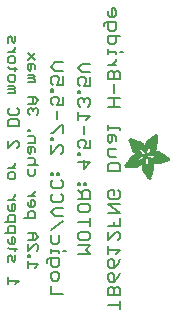
<source format=gbr>
G04 EAGLE Gerber RS-274X export*
G75*
%MOMM*%
%FSLAX34Y34*%
%LPD*%
%INSilkscreen Bottom*%
%IPPOS*%
%AMOC8*
5,1,8,0,0,1.08239X$1,22.5*%
G01*
%ADD10C,0.203200*%
%ADD11C,0.127000*%
%ADD12R,0.050800X0.006300*%
%ADD13R,0.082600X0.006400*%
%ADD14R,0.120600X0.006300*%
%ADD15R,0.139700X0.006400*%
%ADD16R,0.158800X0.006300*%
%ADD17R,0.177800X0.006400*%
%ADD18R,0.196800X0.006300*%
%ADD19R,0.215900X0.006400*%
%ADD20R,0.228600X0.006300*%
%ADD21R,0.241300X0.006400*%
%ADD22R,0.254000X0.006300*%
%ADD23R,0.266700X0.006400*%
%ADD24R,0.279400X0.006300*%
%ADD25R,0.285700X0.006400*%
%ADD26R,0.298400X0.006300*%
%ADD27R,0.311200X0.006400*%
%ADD28R,0.317500X0.006300*%
%ADD29R,0.330200X0.006400*%
%ADD30R,0.336600X0.006300*%
%ADD31R,0.349200X0.006400*%
%ADD32R,0.361900X0.006300*%
%ADD33R,0.368300X0.006400*%
%ADD34R,0.381000X0.006300*%
%ADD35R,0.387300X0.006400*%
%ADD36R,0.393700X0.006300*%
%ADD37R,0.406400X0.006400*%
%ADD38R,0.412700X0.006300*%
%ADD39R,0.419100X0.006400*%
%ADD40R,0.431800X0.006300*%
%ADD41R,0.438100X0.006400*%
%ADD42R,0.450800X0.006300*%
%ADD43R,0.457200X0.006400*%
%ADD44R,0.463500X0.006300*%
%ADD45R,0.476200X0.006400*%
%ADD46R,0.482600X0.006300*%
%ADD47R,0.488900X0.006400*%
%ADD48R,0.501600X0.006300*%
%ADD49R,0.508000X0.006400*%
%ADD50R,0.514300X0.006300*%
%ADD51R,0.527000X0.006400*%
%ADD52R,0.533400X0.006300*%
%ADD53R,0.546100X0.006400*%
%ADD54R,0.552400X0.006300*%
%ADD55R,0.558800X0.006400*%
%ADD56R,0.571500X0.006300*%
%ADD57R,0.577800X0.006400*%
%ADD58R,0.584200X0.006300*%
%ADD59R,0.596900X0.006400*%
%ADD60R,0.603200X0.006300*%
%ADD61R,0.609600X0.006400*%
%ADD62R,0.622300X0.006300*%
%ADD63R,0.628600X0.006400*%
%ADD64R,0.641300X0.006300*%
%ADD65R,0.647700X0.006400*%
%ADD66R,0.063500X0.006300*%
%ADD67R,0.654000X0.006300*%
%ADD68R,0.101600X0.006400*%
%ADD69R,0.666700X0.006400*%
%ADD70R,0.139700X0.006300*%
%ADD71R,0.673100X0.006300*%
%ADD72R,0.165100X0.006400*%
%ADD73R,0.679400X0.006400*%
%ADD74R,0.196900X0.006300*%
%ADD75R,0.692100X0.006300*%
%ADD76R,0.222200X0.006400*%
%ADD77R,0.698500X0.006400*%
%ADD78R,0.247700X0.006300*%
%ADD79R,0.704800X0.006300*%
%ADD80R,0.279400X0.006400*%
%ADD81R,0.717500X0.006400*%
%ADD82R,0.298500X0.006300*%
%ADD83R,0.723900X0.006300*%
%ADD84R,0.736600X0.006400*%
%ADD85R,0.342900X0.006300*%
%ADD86R,0.742900X0.006300*%
%ADD87R,0.374700X0.006400*%
%ADD88R,0.749300X0.006400*%
%ADD89R,0.762000X0.006300*%
%ADD90R,0.412700X0.006400*%
%ADD91R,0.768300X0.006400*%
%ADD92R,0.438100X0.006300*%
%ADD93R,0.774700X0.006300*%
%ADD94R,0.463600X0.006400*%
%ADD95R,0.787400X0.006400*%
%ADD96R,0.793700X0.006300*%
%ADD97R,0.495300X0.006400*%
%ADD98R,0.800100X0.006400*%
%ADD99R,0.520700X0.006300*%
%ADD100R,0.812800X0.006300*%
%ADD101R,0.533400X0.006400*%
%ADD102R,0.819100X0.006400*%
%ADD103R,0.558800X0.006300*%
%ADD104R,0.825500X0.006300*%
%ADD105R,0.577900X0.006400*%
%ADD106R,0.831800X0.006400*%
%ADD107R,0.596900X0.006300*%
%ADD108R,0.844500X0.006300*%
%ADD109R,0.616000X0.006400*%
%ADD110R,0.850900X0.006400*%
%ADD111R,0.635000X0.006300*%
%ADD112R,0.857200X0.006300*%
%ADD113R,0.654100X0.006400*%
%ADD114R,0.863600X0.006400*%
%ADD115R,0.666700X0.006300*%
%ADD116R,0.869900X0.006300*%
%ADD117R,0.685800X0.006400*%
%ADD118R,0.876300X0.006400*%
%ADD119R,0.882600X0.006300*%
%ADD120R,0.723900X0.006400*%
%ADD121R,0.889000X0.006400*%
%ADD122R,0.895300X0.006300*%
%ADD123R,0.755700X0.006400*%
%ADD124R,0.901700X0.006400*%
%ADD125R,0.908000X0.006300*%
%ADD126R,0.793800X0.006400*%
%ADD127R,0.914400X0.006400*%
%ADD128R,0.806400X0.006300*%
%ADD129R,0.920700X0.006300*%
%ADD130R,0.825500X0.006400*%
%ADD131R,0.927100X0.006400*%
%ADD132R,0.933400X0.006300*%
%ADD133R,0.857300X0.006400*%
%ADD134R,0.939800X0.006400*%
%ADD135R,0.870000X0.006300*%
%ADD136R,0.939800X0.006300*%
%ADD137R,0.946100X0.006400*%
%ADD138R,0.952500X0.006300*%
%ADD139R,0.908000X0.006400*%
%ADD140R,0.958800X0.006400*%
%ADD141R,0.965200X0.006300*%
%ADD142R,0.965200X0.006400*%
%ADD143R,0.971500X0.006300*%
%ADD144R,0.952500X0.006400*%
%ADD145R,0.977900X0.006400*%
%ADD146R,0.958800X0.006300*%
%ADD147R,0.984200X0.006300*%
%ADD148R,0.971500X0.006400*%
%ADD149R,0.984200X0.006400*%
%ADD150R,0.990600X0.006300*%
%ADD151R,0.984300X0.006400*%
%ADD152R,0.996900X0.006400*%
%ADD153R,0.997000X0.006300*%
%ADD154R,0.996900X0.006300*%
%ADD155R,1.003300X0.006400*%
%ADD156R,1.016000X0.006300*%
%ADD157R,1.009600X0.006300*%
%ADD158R,1.016000X0.006400*%
%ADD159R,1.009600X0.006400*%
%ADD160R,1.022300X0.006300*%
%ADD161R,1.028700X0.006400*%
%ADD162R,1.035100X0.006300*%
%ADD163R,1.047800X0.006400*%
%ADD164R,1.054100X0.006300*%
%ADD165R,1.028700X0.006300*%
%ADD166R,1.054100X0.006400*%
%ADD167R,1.035000X0.006400*%
%ADD168R,1.060400X0.006300*%
%ADD169R,1.035000X0.006300*%
%ADD170R,1.060500X0.006400*%
%ADD171R,1.041400X0.006400*%
%ADD172R,1.066800X0.006300*%
%ADD173R,1.041400X0.006300*%
%ADD174R,1.079500X0.006400*%
%ADD175R,1.047700X0.006400*%
%ADD176R,1.085900X0.006300*%
%ADD177R,1.047700X0.006300*%
%ADD178R,1.085800X0.006400*%
%ADD179R,1.092200X0.006300*%
%ADD180R,1.085900X0.006400*%
%ADD181R,1.098600X0.006300*%
%ADD182R,1.098600X0.006400*%
%ADD183R,1.060400X0.006400*%
%ADD184R,1.104900X0.006300*%
%ADD185R,1.104900X0.006400*%
%ADD186R,1.066800X0.006400*%
%ADD187R,1.111200X0.006300*%
%ADD188R,1.117600X0.006400*%
%ADD189R,1.117600X0.006300*%
%ADD190R,1.073100X0.006300*%
%ADD191R,1.073100X0.006400*%
%ADD192R,1.124000X0.006300*%
%ADD193R,1.079500X0.006300*%
%ADD194R,1.123900X0.006400*%
%ADD195R,1.130300X0.006300*%
%ADD196R,1.130300X0.006400*%
%ADD197R,1.136700X0.006400*%
%ADD198R,1.136700X0.006300*%
%ADD199R,1.085800X0.006300*%
%ADD200R,1.136600X0.006400*%
%ADD201R,1.136600X0.006300*%
%ADD202R,1.143000X0.006400*%
%ADD203R,1.143000X0.006300*%
%ADD204R,1.149400X0.006300*%
%ADD205R,1.149300X0.006300*%
%ADD206R,1.149300X0.006400*%
%ADD207R,1.149400X0.006400*%
%ADD208R,1.155700X0.006400*%
%ADD209R,1.155700X0.006300*%
%ADD210R,1.060500X0.006300*%
%ADD211R,2.197100X0.006400*%
%ADD212R,2.197100X0.006300*%
%ADD213R,2.184400X0.006300*%
%ADD214R,2.184400X0.006400*%
%ADD215R,2.171700X0.006400*%
%ADD216R,2.171700X0.006300*%
%ADD217R,1.530300X0.006400*%
%ADD218R,1.505000X0.006300*%
%ADD219R,1.492300X0.006400*%
%ADD220R,1.485900X0.006300*%
%ADD221R,0.565200X0.006300*%
%ADD222R,1.473200X0.006400*%
%ADD223R,0.565200X0.006400*%
%ADD224R,1.460500X0.006300*%
%ADD225R,1.454100X0.006400*%
%ADD226R,0.552400X0.006400*%
%ADD227R,1.441500X0.006300*%
%ADD228R,0.546100X0.006300*%
%ADD229R,1.435100X0.006400*%
%ADD230R,0.539800X0.006400*%
%ADD231R,1.428800X0.006300*%
%ADD232R,1.422400X0.006400*%
%ADD233R,1.409700X0.006300*%
%ADD234R,0.527100X0.006300*%
%ADD235R,1.403300X0.006400*%
%ADD236R,0.527100X0.006400*%
%ADD237R,1.390700X0.006300*%
%ADD238R,1.384300X0.006400*%
%ADD239R,0.520700X0.006400*%
%ADD240R,1.384300X0.006300*%
%ADD241R,0.514400X0.006300*%
%ADD242R,1.371600X0.006400*%
%ADD243R,1.365200X0.006300*%
%ADD244R,0.508000X0.006300*%
%ADD245R,1.352600X0.006400*%
%ADD246R,0.501700X0.006400*%
%ADD247R,0.711200X0.006300*%
%ADD248R,0.603300X0.006300*%
%ADD249R,0.501700X0.006300*%
%ADD250R,0.692100X0.006400*%
%ADD251R,0.571500X0.006400*%
%ADD252R,0.679400X0.006300*%
%ADD253R,0.495300X0.006300*%
%ADD254R,0.673100X0.006400*%
%ADD255R,0.666800X0.006300*%
%ADD256R,0.488900X0.006300*%
%ADD257R,0.660400X0.006400*%
%ADD258R,0.482600X0.006400*%
%ADD259R,0.476200X0.006300*%
%ADD260R,0.654000X0.006400*%
%ADD261R,0.469900X0.006400*%
%ADD262R,0.476300X0.006400*%
%ADD263R,0.647700X0.006300*%
%ADD264R,0.457200X0.006300*%
%ADD265R,0.469900X0.006300*%
%ADD266R,0.641300X0.006400*%
%ADD267R,0.444500X0.006400*%
%ADD268R,0.463600X0.006300*%
%ADD269R,0.635000X0.006400*%
%ADD270R,0.463500X0.006400*%
%ADD271R,0.393700X0.006400*%
%ADD272R,0.450800X0.006400*%
%ADD273R,0.628600X0.006300*%
%ADD274R,0.387400X0.006300*%
%ADD275R,0.450900X0.006300*%
%ADD276R,0.628700X0.006400*%
%ADD277R,0.374600X0.006400*%
%ADD278R,0.368300X0.006300*%
%ADD279R,0.438200X0.006300*%
%ADD280R,0.622300X0.006400*%
%ADD281R,0.355600X0.006400*%
%ADD282R,0.431800X0.006400*%
%ADD283R,0.349300X0.006300*%
%ADD284R,0.425400X0.006300*%
%ADD285R,0.615900X0.006300*%
%ADD286R,0.330200X0.006300*%
%ADD287R,0.419100X0.006300*%
%ADD288R,0.616000X0.006300*%
%ADD289R,0.311200X0.006300*%
%ADD290R,0.406400X0.006300*%
%ADD291R,0.615900X0.006400*%
%ADD292R,0.304800X0.006400*%
%ADD293R,0.158800X0.006400*%
%ADD294R,0.609600X0.006300*%
%ADD295R,0.292100X0.006300*%
%ADD296R,0.235000X0.006300*%
%ADD297R,0.387400X0.006400*%
%ADD298R,0.292100X0.006400*%
%ADD299R,0.336500X0.006300*%
%ADD300R,0.260400X0.006300*%
%ADD301R,0.603300X0.006400*%
%ADD302R,0.260400X0.006400*%
%ADD303R,0.362000X0.006400*%
%ADD304R,0.450900X0.006400*%
%ADD305R,0.355600X0.006300*%
%ADD306R,0.342900X0.006400*%
%ADD307R,0.514300X0.006400*%
%ADD308R,0.234900X0.006300*%
%ADD309R,0.539700X0.006300*%
%ADD310R,0.603200X0.006400*%
%ADD311R,0.234900X0.006400*%
%ADD312R,0.920700X0.006400*%
%ADD313R,0.958900X0.006400*%
%ADD314R,0.215900X0.006300*%
%ADD315R,0.209600X0.006400*%
%ADD316R,0.203200X0.006300*%
%ADD317R,1.003300X0.006300*%
%ADD318R,0.203200X0.006400*%
%ADD319R,0.196900X0.006400*%
%ADD320R,0.190500X0.006300*%
%ADD321R,0.190500X0.006400*%
%ADD322R,0.184200X0.006300*%
%ADD323R,0.590500X0.006400*%
%ADD324R,0.184200X0.006400*%
%ADD325R,0.590500X0.006300*%
%ADD326R,0.177800X0.006300*%
%ADD327R,0.584200X0.006400*%
%ADD328R,1.168400X0.006400*%
%ADD329R,0.171500X0.006300*%
%ADD330R,1.187500X0.006300*%
%ADD331R,1.200100X0.006400*%
%ADD332R,0.577800X0.006300*%
%ADD333R,1.212900X0.006300*%
%ADD334R,1.231900X0.006400*%
%ADD335R,1.250900X0.006300*%
%ADD336R,0.565100X0.006400*%
%ADD337R,0.184100X0.006400*%
%ADD338R,1.263700X0.006400*%
%ADD339R,0.565100X0.006300*%
%ADD340R,1.289100X0.006300*%
%ADD341R,1.314400X0.006400*%
%ADD342R,0.552500X0.006300*%
%ADD343R,1.568500X0.006300*%
%ADD344R,0.552500X0.006400*%
%ADD345R,1.581200X0.006400*%
%ADD346R,1.593800X0.006300*%
%ADD347R,1.606500X0.006400*%
%ADD348R,1.619300X0.006300*%
%ADD349R,0.514400X0.006400*%
%ADD350R,1.638300X0.006400*%
%ADD351R,1.657300X0.006300*%
%ADD352R,2.209800X0.006400*%
%ADD353R,2.425700X0.006300*%
%ADD354R,2.470100X0.006400*%
%ADD355R,2.501900X0.006300*%
%ADD356R,2.533700X0.006400*%
%ADD357R,2.559000X0.006300*%
%ADD358R,2.584500X0.006400*%
%ADD359R,2.609900X0.006300*%
%ADD360R,2.628900X0.006400*%
%ADD361R,2.660600X0.006300*%
%ADD362R,2.673400X0.006400*%
%ADD363R,1.422400X0.006300*%
%ADD364R,1.200200X0.006300*%
%ADD365R,1.365300X0.006300*%
%ADD366R,1.365300X0.006400*%
%ADD367R,1.352500X0.006300*%
%ADD368R,1.098500X0.006300*%
%ADD369R,1.358900X0.006400*%
%ADD370R,1.352600X0.006300*%
%ADD371R,1.358900X0.006300*%
%ADD372R,1.371600X0.006300*%
%ADD373R,1.377900X0.006400*%
%ADD374R,1.397000X0.006400*%
%ADD375R,1.403300X0.006300*%
%ADD376R,0.914400X0.006300*%
%ADD377R,0.876300X0.006300*%
%ADD378R,0.374600X0.006300*%
%ADD379R,1.073200X0.006400*%
%ADD380R,0.374700X0.006300*%
%ADD381R,0.844600X0.006400*%
%ADD382R,0.844600X0.006300*%
%ADD383R,0.831900X0.006400*%
%ADD384R,1.092200X0.006400*%
%ADD385R,0.400000X0.006300*%
%ADD386R,0.819200X0.006400*%
%ADD387R,1.111300X0.006400*%
%ADD388R,0.812800X0.006400*%
%ADD389R,0.800100X0.006300*%
%ADD390R,0.476300X0.006300*%
%ADD391R,1.181100X0.006300*%
%ADD392R,0.501600X0.006400*%
%ADD393R,1.193800X0.006400*%
%ADD394R,0.781000X0.006400*%
%ADD395R,1.238200X0.006400*%
%ADD396R,0.781100X0.006300*%
%ADD397R,1.257300X0.006300*%
%ADD398R,1.295400X0.006400*%
%ADD399R,1.333500X0.006300*%
%ADD400R,0.774700X0.006400*%
%ADD401R,1.866900X0.006400*%
%ADD402R,0.209600X0.006300*%
%ADD403R,1.866900X0.006300*%
%ADD404R,0.768400X0.006400*%
%ADD405R,0.209500X0.006400*%
%ADD406R,1.860600X0.006400*%
%ADD407R,0.762000X0.006400*%
%ADD408R,0.768400X0.006300*%
%ADD409R,1.860600X0.006300*%
%ADD410R,1.860500X0.006400*%
%ADD411R,0.222300X0.006300*%
%ADD412R,1.854200X0.006300*%
%ADD413R,0.235000X0.006400*%
%ADD414R,1.854200X0.006400*%
%ADD415R,0.768300X0.006300*%
%ADD416R,0.260300X0.006400*%
%ADD417R,1.847800X0.006400*%
%ADD418R,0.266700X0.006300*%
%ADD419R,1.847800X0.006300*%
%ADD420R,0.273100X0.006400*%
%ADD421R,1.841500X0.006400*%
%ADD422R,0.285800X0.006300*%
%ADD423R,1.841500X0.006300*%
%ADD424R,0.298500X0.006400*%
%ADD425R,1.835100X0.006400*%
%ADD426R,0.781000X0.006300*%
%ADD427R,0.304800X0.006300*%
%ADD428R,1.835100X0.006300*%
%ADD429R,0.317500X0.006400*%
%ADD430R,1.828800X0.006400*%
%ADD431R,0.787400X0.006300*%
%ADD432R,0.323800X0.006300*%
%ADD433R,1.828800X0.006300*%
%ADD434R,0.793700X0.006400*%
%ADD435R,1.822400X0.006400*%
%ADD436R,0.806500X0.006300*%
%ADD437R,1.822400X0.006300*%
%ADD438R,1.816100X0.006400*%
%ADD439R,0.819100X0.006300*%
%ADD440R,0.387300X0.006300*%
%ADD441R,1.816100X0.006300*%
%ADD442R,1.809800X0.006400*%
%ADD443R,1.803400X0.006300*%
%ADD444R,1.797000X0.006400*%
%ADD445R,0.901700X0.006300*%
%ADD446R,1.797000X0.006300*%
%ADD447R,1.441400X0.006400*%
%ADD448R,1.790700X0.006400*%
%ADD449R,1.447800X0.006300*%
%ADD450R,1.784300X0.006300*%
%ADD451R,1.447800X0.006400*%
%ADD452R,1.784300X0.006400*%
%ADD453R,1.454100X0.006300*%
%ADD454R,1.771700X0.006300*%
%ADD455R,1.460500X0.006400*%
%ADD456R,1.759000X0.006400*%
%ADD457R,1.466800X0.006300*%
%ADD458R,1.752600X0.006300*%
%ADD459R,1.466800X0.006400*%
%ADD460R,1.739900X0.006400*%
%ADD461R,1.473200X0.006300*%
%ADD462R,1.727200X0.006300*%
%ADD463R,1.479500X0.006400*%
%ADD464R,1.714500X0.006400*%
%ADD465R,1.695400X0.006300*%
%ADD466R,1.485900X0.006400*%
%ADD467R,1.682700X0.006400*%
%ADD468R,1.492200X0.006300*%
%ADD469R,1.663700X0.006300*%
%ADD470R,1.498600X0.006400*%
%ADD471R,1.644600X0.006400*%
%ADD472R,1.498600X0.006300*%
%ADD473R,1.619200X0.006300*%
%ADD474R,1.511300X0.006400*%
%ADD475R,1.600200X0.006400*%
%ADD476R,1.517700X0.006300*%
%ADD477R,1.574800X0.006300*%
%ADD478R,1.524000X0.006400*%
%ADD479R,1.555800X0.006400*%
%ADD480R,1.524000X0.006300*%
%ADD481R,1.536700X0.006300*%
%ADD482R,1.530400X0.006400*%
%ADD483R,1.517700X0.006400*%
%ADD484R,1.492300X0.006300*%
%ADD485R,1.549400X0.006400*%
%ADD486R,1.479600X0.006400*%
%ADD487R,1.549400X0.006300*%
%ADD488R,1.555700X0.006400*%
%ADD489R,1.562100X0.006300*%
%ADD490R,0.323900X0.006300*%
%ADD491R,1.568400X0.006400*%
%ADD492R,0.336600X0.006400*%
%ADD493R,1.587500X0.006300*%
%ADD494R,0.971600X0.006300*%
%ADD495R,0.349300X0.006400*%
%ADD496R,1.600200X0.006300*%
%ADD497R,0.920800X0.006300*%
%ADD498R,0.882700X0.006400*%
%ADD499R,1.612900X0.006300*%
%ADD500R,0.362000X0.006300*%
%ADD501R,1.625600X0.006400*%
%ADD502R,1.625600X0.006300*%
%ADD503R,1.644600X0.006300*%
%ADD504R,0.736600X0.006300*%
%ADD505R,0.717600X0.006400*%
%ADD506R,1.657400X0.006300*%
%ADD507R,0.679500X0.006300*%
%ADD508R,1.663700X0.006400*%
%ADD509R,0.400000X0.006400*%
%ADD510R,1.676400X0.006300*%
%ADD511R,1.676400X0.006400*%
%ADD512R,0.425500X0.006400*%
%ADD513R,1.352500X0.006400*%
%ADD514R,0.444500X0.006300*%
%ADD515R,0.361900X0.006400*%
%ADD516R,0.088900X0.006300*%
%ADD517R,1.009700X0.006300*%
%ADD518R,1.009700X0.006400*%
%ADD519R,1.022300X0.006400*%
%ADD520R,1.346200X0.006400*%
%ADD521R,1.346200X0.006300*%
%ADD522R,1.339900X0.006400*%
%ADD523R,1.035100X0.006400*%
%ADD524R,1.339800X0.006300*%
%ADD525R,1.333500X0.006400*%
%ADD526R,1.327200X0.006400*%
%ADD527R,1.320800X0.006300*%
%ADD528R,1.314500X0.006400*%
%ADD529R,1.314400X0.006300*%
%ADD530R,1.301700X0.006400*%
%ADD531R,1.295400X0.006300*%
%ADD532R,1.289000X0.006400*%
%ADD533R,1.276300X0.006300*%
%ADD534R,1.251000X0.006300*%
%ADD535R,1.244600X0.006400*%
%ADD536R,1.231900X0.006300*%
%ADD537R,1.212800X0.006400*%
%ADD538R,1.200100X0.006300*%
%ADD539R,1.187400X0.006400*%
%ADD540R,1.168400X0.006300*%
%ADD541R,1.047800X0.006300*%
%ADD542R,0.977900X0.006300*%
%ADD543R,0.946200X0.006400*%
%ADD544R,0.933400X0.006400*%
%ADD545R,0.895300X0.006400*%
%ADD546R,0.882700X0.006300*%
%ADD547R,0.863600X0.006300*%
%ADD548R,0.857200X0.006400*%
%ADD549R,0.850900X0.006300*%
%ADD550R,0.838200X0.006300*%
%ADD551R,0.806500X0.006400*%
%ADD552R,0.717600X0.006300*%
%ADD553R,0.711200X0.006400*%
%ADD554R,0.641400X0.006400*%
%ADD555R,0.641400X0.006300*%
%ADD556R,0.628700X0.006300*%
%ADD557R,0.590600X0.006300*%
%ADD558R,0.539700X0.006400*%
%ADD559R,0.285700X0.006300*%
%ADD560R,0.222200X0.006300*%
%ADD561R,0.171400X0.006300*%
%ADD562R,0.152400X0.006400*%
%ADD563R,0.133400X0.006300*%


D10*
X100076Y130435D02*
X110753Y130435D01*
X105415Y125096D01*
X105415Y132214D01*
X101856Y136790D02*
X100076Y136790D01*
X101856Y136790D02*
X101856Y138569D01*
X100076Y138569D01*
X100076Y136790D01*
X110753Y142637D02*
X110753Y149755D01*
X110753Y142637D02*
X105415Y142637D01*
X107194Y146196D01*
X107194Y147976D01*
X105415Y149755D01*
X101856Y149755D01*
X100076Y147976D01*
X100076Y144416D01*
X101856Y142637D01*
X105415Y154331D02*
X105415Y161449D01*
X107194Y166025D02*
X110753Y169584D01*
X100076Y169584D01*
X100076Y166025D02*
X100076Y173143D01*
X108974Y177719D02*
X110753Y179498D01*
X110753Y183057D01*
X108974Y184837D01*
X107194Y184837D01*
X105415Y183057D01*
X105415Y181278D01*
X105415Y183057D02*
X103635Y184837D01*
X101856Y184837D01*
X100076Y183057D01*
X100076Y179498D01*
X101856Y177719D01*
X101856Y189413D02*
X100076Y189413D01*
X101856Y189413D02*
X101856Y191192D01*
X100076Y191192D01*
X100076Y189413D01*
X110753Y195260D02*
X110753Y202378D01*
X110753Y195260D02*
X105415Y195260D01*
X107194Y198819D01*
X107194Y200598D01*
X105415Y202378D01*
X101856Y202378D01*
X100076Y200598D01*
X100076Y197039D01*
X101856Y195260D01*
X103635Y206954D02*
X110753Y206954D01*
X103635Y206954D02*
X100076Y210513D01*
X103635Y214072D01*
X110753Y214072D01*
X77216Y144914D02*
X77216Y137796D01*
X84334Y144914D01*
X86114Y144914D01*
X87893Y143135D01*
X87893Y139576D01*
X86114Y137796D01*
X78996Y149490D02*
X77216Y149490D01*
X78996Y149490D02*
X78996Y151269D01*
X77216Y151269D01*
X77216Y149490D01*
X87893Y155337D02*
X87893Y162455D01*
X86114Y162455D01*
X78996Y155337D01*
X77216Y155337D01*
X82555Y167031D02*
X82555Y174149D01*
X87893Y178725D02*
X87893Y185843D01*
X87893Y178725D02*
X82555Y178725D01*
X84334Y182284D01*
X84334Y184063D01*
X82555Y185843D01*
X78996Y185843D01*
X77216Y184063D01*
X77216Y180504D01*
X78996Y178725D01*
X78996Y190419D02*
X77216Y190419D01*
X78996Y190419D02*
X78996Y192198D01*
X77216Y192198D01*
X77216Y190419D01*
X87893Y196266D02*
X87893Y203384D01*
X87893Y196266D02*
X82555Y196266D01*
X84334Y199825D01*
X84334Y201604D01*
X82555Y203384D01*
X78996Y203384D01*
X77216Y201604D01*
X77216Y198045D01*
X78996Y196266D01*
X80775Y207960D02*
X87893Y207960D01*
X80775Y207960D02*
X77216Y211519D01*
X80775Y215078D01*
X87893Y215078D01*
X87893Y18696D02*
X77216Y18696D01*
X77216Y25814D01*
X77216Y32169D02*
X77216Y35729D01*
X78996Y37508D01*
X82555Y37508D01*
X84334Y35729D01*
X84334Y32169D01*
X82555Y30390D01*
X78996Y30390D01*
X77216Y32169D01*
X73657Y45643D02*
X73657Y47423D01*
X75437Y49202D01*
X84334Y49202D01*
X84334Y43863D01*
X82555Y42084D01*
X78996Y42084D01*
X77216Y43863D01*
X77216Y49202D01*
X84334Y53778D02*
X84334Y55557D01*
X77216Y55557D01*
X77216Y53778D02*
X77216Y57337D01*
X87893Y55557D02*
X89673Y55557D01*
X84334Y63353D02*
X84334Y68692D01*
X84334Y63353D02*
X82555Y61574D01*
X78996Y61574D01*
X77216Y63353D01*
X77216Y68692D01*
X77216Y73268D02*
X87893Y80386D01*
X87893Y84962D02*
X80775Y84962D01*
X77216Y88521D01*
X80775Y92080D01*
X87893Y92080D01*
X87893Y101994D02*
X86114Y103774D01*
X87893Y101994D02*
X87893Y98435D01*
X86114Y96656D01*
X78996Y96656D01*
X77216Y98435D01*
X77216Y101994D01*
X78996Y103774D01*
X87893Y113688D02*
X86114Y115468D01*
X87893Y113688D02*
X87893Y110129D01*
X86114Y108350D01*
X78996Y108350D01*
X77216Y110129D01*
X77216Y113688D01*
X78996Y115468D01*
X84334Y120044D02*
X84334Y121823D01*
X82555Y121823D01*
X82555Y120044D01*
X84334Y120044D01*
X78996Y120044D02*
X78996Y121823D01*
X77216Y121823D01*
X77216Y120044D01*
X78996Y120044D01*
X100076Y52986D02*
X110753Y52986D01*
X107194Y56545D01*
X110753Y60104D01*
X100076Y60104D01*
X110753Y66459D02*
X110753Y70019D01*
X110753Y66459D02*
X108974Y64680D01*
X101856Y64680D01*
X100076Y66459D01*
X100076Y70019D01*
X101856Y71798D01*
X108974Y71798D01*
X110753Y70019D01*
X110753Y79933D02*
X100076Y79933D01*
X110753Y76374D02*
X110753Y83492D01*
X110753Y89847D02*
X110753Y93406D01*
X110753Y89847D02*
X108974Y88068D01*
X101856Y88068D01*
X100076Y89847D01*
X100076Y93406D01*
X101856Y95186D01*
X108974Y95186D01*
X110753Y93406D01*
X110753Y99762D02*
X100076Y99762D01*
X110753Y99762D02*
X110753Y105100D01*
X108974Y106880D01*
X105415Y106880D01*
X103635Y105100D01*
X103635Y99762D01*
X103635Y103321D02*
X100076Y106880D01*
X107194Y111456D02*
X107194Y113235D01*
X105415Y113235D01*
X105415Y111456D01*
X107194Y111456D01*
X101856Y111456D02*
X101856Y113235D01*
X100076Y113235D01*
X100076Y111456D01*
X101856Y111456D01*
X125476Y9655D02*
X136153Y9655D01*
X136153Y6096D02*
X136153Y13214D01*
X136153Y17790D02*
X125476Y17790D01*
X136153Y17790D02*
X136153Y23129D01*
X134374Y24908D01*
X132594Y24908D01*
X130815Y23129D01*
X129035Y24908D01*
X127256Y24908D01*
X125476Y23129D01*
X125476Y17790D01*
X130815Y17790D02*
X130815Y23129D01*
X134374Y33043D02*
X136153Y36602D01*
X134374Y33043D02*
X130815Y29484D01*
X127256Y29484D01*
X125476Y31263D01*
X125476Y34823D01*
X127256Y36602D01*
X129035Y36602D01*
X130815Y34823D01*
X130815Y29484D01*
X134374Y44737D02*
X136153Y48296D01*
X134374Y44737D02*
X130815Y41178D01*
X127256Y41178D01*
X125476Y42957D01*
X125476Y46516D01*
X127256Y48296D01*
X129035Y48296D01*
X130815Y46516D01*
X130815Y41178D01*
X132594Y52872D02*
X136153Y56431D01*
X125476Y56431D01*
X125476Y52872D02*
X125476Y59990D01*
X125476Y64566D02*
X125476Y71684D01*
X125476Y64566D02*
X132594Y71684D01*
X134374Y71684D01*
X136153Y69904D01*
X136153Y66345D01*
X134374Y64566D01*
X136153Y76260D02*
X125476Y76260D01*
X136153Y76260D02*
X136153Y83378D01*
X130815Y79819D02*
X130815Y76260D01*
X136153Y87954D02*
X125476Y87954D01*
X125476Y95072D02*
X136153Y87954D01*
X136153Y95072D02*
X125476Y95072D01*
X136153Y104986D02*
X134374Y106766D01*
X136153Y104986D02*
X136153Y101427D01*
X134374Y99648D01*
X127256Y99648D01*
X125476Y101427D01*
X125476Y104986D01*
X127256Y106766D01*
X130815Y106766D01*
X130815Y103207D01*
X136153Y123036D02*
X125476Y123036D01*
X125476Y128374D01*
X127256Y130154D01*
X134374Y130154D01*
X136153Y128374D01*
X136153Y123036D01*
X132594Y134730D02*
X127256Y134730D01*
X125476Y136509D01*
X125476Y141848D01*
X132594Y141848D01*
X132594Y148203D02*
X132594Y151762D01*
X130815Y153542D01*
X125476Y153542D01*
X125476Y148203D01*
X127256Y146424D01*
X129035Y148203D01*
X129035Y153542D01*
X136153Y158118D02*
X136153Y159897D01*
X125476Y159897D01*
X125476Y158118D02*
X125476Y161677D01*
X125476Y177608D02*
X136153Y177608D01*
X130815Y177608D02*
X130815Y184726D01*
X136153Y184726D02*
X125476Y184726D01*
X130815Y189302D02*
X130815Y196420D01*
X136153Y200995D02*
X125476Y200995D01*
X136153Y200995D02*
X136153Y206334D01*
X134374Y208114D01*
X132594Y208114D01*
X130815Y206334D01*
X129035Y208114D01*
X127256Y208114D01*
X125476Y206334D01*
X125476Y200995D01*
X130815Y200995D02*
X130815Y206334D01*
X132594Y212689D02*
X125476Y212689D01*
X129035Y212689D02*
X132594Y216248D01*
X132594Y218028D01*
X132594Y222434D02*
X132594Y224214D01*
X125476Y224214D01*
X125476Y225993D02*
X125476Y222434D01*
X136153Y224214D02*
X137933Y224214D01*
X136153Y237348D02*
X125476Y237348D01*
X125476Y232010D01*
X127256Y230230D01*
X130815Y230230D01*
X132594Y232010D01*
X132594Y237348D01*
X121917Y245483D02*
X121917Y247263D01*
X123697Y249042D01*
X132594Y249042D01*
X132594Y243704D01*
X130815Y241924D01*
X127256Y241924D01*
X125476Y243704D01*
X125476Y249042D01*
X125476Y255398D02*
X125476Y258957D01*
X125476Y255398D02*
X127256Y253618D01*
X130815Y253618D01*
X132594Y255398D01*
X132594Y258957D01*
X130815Y260736D01*
X129035Y260736D01*
X129035Y253618D01*
D11*
X66683Y44179D02*
X63717Y41213D01*
X66683Y44179D02*
X57785Y44179D01*
X57785Y47144D02*
X57785Y41213D01*
X57785Y50568D02*
X59268Y50568D01*
X59268Y52051D01*
X57785Y52051D01*
X57785Y50568D01*
X57785Y55245D02*
X57785Y61177D01*
X57785Y55245D02*
X63717Y61177D01*
X65200Y61177D01*
X66683Y59694D01*
X66683Y56728D01*
X65200Y55245D01*
X63717Y64601D02*
X57785Y64601D01*
X63717Y64601D02*
X66683Y67566D01*
X63717Y70532D01*
X57785Y70532D01*
X62234Y70532D02*
X62234Y64601D01*
X63717Y83311D02*
X54819Y83311D01*
X63717Y83311D02*
X63717Y87760D01*
X62234Y89243D01*
X59268Y89243D01*
X57785Y87760D01*
X57785Y83311D01*
X57785Y94149D02*
X57785Y97115D01*
X57785Y94149D02*
X59268Y92666D01*
X62234Y92666D01*
X63717Y94149D01*
X63717Y97115D01*
X62234Y98598D01*
X60751Y98598D01*
X60751Y92666D01*
X57785Y102021D02*
X63717Y102021D01*
X60751Y102021D02*
X63717Y104987D01*
X63717Y106470D01*
X63717Y120655D02*
X63717Y125104D01*
X63717Y120655D02*
X62234Y119173D01*
X59268Y119173D01*
X57785Y120655D01*
X57785Y125104D01*
X57785Y128528D02*
X66683Y128528D01*
X63717Y130011D02*
X62234Y128528D01*
X63717Y130011D02*
X63717Y132977D01*
X62234Y134459D01*
X57785Y134459D01*
X63717Y139366D02*
X63717Y142332D01*
X62234Y143815D01*
X57785Y143815D01*
X57785Y139366D01*
X59268Y137883D01*
X60751Y139366D01*
X60751Y143815D01*
X57785Y147238D02*
X63717Y147238D01*
X63717Y151687D01*
X62234Y153170D01*
X57785Y153170D01*
X57785Y156593D02*
X59268Y156593D01*
X59268Y158076D01*
X57785Y158076D01*
X57785Y156593D01*
X65200Y170626D02*
X66683Y172109D01*
X66683Y175075D01*
X65200Y176558D01*
X63717Y176558D01*
X62234Y175075D01*
X62234Y173592D01*
X62234Y175075D02*
X60751Y176558D01*
X59268Y176558D01*
X57785Y175075D01*
X57785Y172109D01*
X59268Y170626D01*
X57785Y179981D02*
X63717Y179981D01*
X66683Y182947D01*
X63717Y185913D01*
X57785Y185913D01*
X62234Y185913D02*
X62234Y179981D01*
X63717Y198692D02*
X57785Y198692D01*
X63717Y198692D02*
X63717Y200175D01*
X62234Y201657D01*
X57785Y201657D01*
X62234Y201657D02*
X63717Y203140D01*
X62234Y204623D01*
X57785Y204623D01*
X63717Y209530D02*
X63717Y212496D01*
X62234Y213979D01*
X57785Y213979D01*
X57785Y209530D01*
X59268Y208047D01*
X60751Y209530D01*
X60751Y213979D01*
X63717Y217402D02*
X57785Y223334D01*
X57785Y217402D02*
X63717Y223334D01*
X50173Y30146D02*
X47207Y27180D01*
X50173Y30146D02*
X41275Y30146D01*
X41275Y27180D02*
X41275Y33112D01*
X41275Y45890D02*
X41275Y50339D01*
X42758Y51822D01*
X44241Y50339D01*
X44241Y47373D01*
X45724Y45890D01*
X47207Y47373D01*
X47207Y51822D01*
X48690Y56728D02*
X42758Y56728D01*
X41275Y58211D01*
X47207Y58211D02*
X47207Y55245D01*
X41275Y62965D02*
X41275Y65931D01*
X41275Y62965D02*
X42758Y61482D01*
X45724Y61482D01*
X47207Y62965D01*
X47207Y65931D01*
X45724Y67414D01*
X44241Y67414D01*
X44241Y61482D01*
X47207Y70837D02*
X38309Y70837D01*
X47207Y70837D02*
X47207Y75286D01*
X45724Y76769D01*
X42758Y76769D01*
X41275Y75286D01*
X41275Y70837D01*
X38309Y80193D02*
X47207Y80193D01*
X47207Y84641D01*
X45724Y86124D01*
X42758Y86124D01*
X41275Y84641D01*
X41275Y80193D01*
X41275Y91031D02*
X41275Y93997D01*
X41275Y91031D02*
X42758Y89548D01*
X45724Y89548D01*
X47207Y91031D01*
X47207Y93997D01*
X45724Y95479D01*
X44241Y95479D01*
X44241Y89548D01*
X41275Y98903D02*
X47207Y98903D01*
X44241Y98903D02*
X47207Y101869D01*
X47207Y103352D01*
X41275Y117537D02*
X41275Y120503D01*
X42758Y121986D01*
X45724Y121986D01*
X47207Y120503D01*
X47207Y117537D01*
X45724Y116054D01*
X42758Y116054D01*
X41275Y117537D01*
X41275Y125409D02*
X47207Y125409D01*
X44241Y125409D02*
X47207Y128375D01*
X47207Y129858D01*
X41275Y142560D02*
X41275Y148492D01*
X41275Y142560D02*
X47207Y148492D01*
X48690Y148492D01*
X50173Y147009D01*
X50173Y144043D01*
X48690Y142560D01*
X50173Y161271D02*
X41275Y161271D01*
X41275Y165720D01*
X42758Y167203D01*
X48690Y167203D01*
X50173Y165720D01*
X50173Y161271D01*
X50173Y175075D02*
X48690Y176558D01*
X50173Y175075D02*
X50173Y172109D01*
X48690Y170626D01*
X42758Y170626D01*
X41275Y172109D01*
X41275Y175075D01*
X42758Y176558D01*
X41275Y189336D02*
X47207Y189336D01*
X47207Y190819D01*
X45724Y192302D01*
X41275Y192302D01*
X45724Y192302D02*
X47207Y193785D01*
X45724Y195268D01*
X41275Y195268D01*
X41275Y200174D02*
X41275Y203140D01*
X42758Y204623D01*
X45724Y204623D01*
X47207Y203140D01*
X47207Y200174D01*
X45724Y198692D01*
X42758Y198692D01*
X41275Y200174D01*
X42758Y209530D02*
X48690Y209530D01*
X42758Y209530D02*
X41275Y211013D01*
X47207Y211013D02*
X47207Y208047D01*
X41275Y215766D02*
X41275Y218732D01*
X42758Y220215D01*
X45724Y220215D01*
X47207Y218732D01*
X47207Y215766D01*
X45724Y214284D01*
X42758Y214284D01*
X41275Y215766D01*
X41275Y223639D02*
X47207Y223639D01*
X44241Y223639D02*
X47207Y226605D01*
X47207Y228088D01*
X41275Y231435D02*
X41275Y235883D01*
X42758Y237366D01*
X44241Y235883D01*
X44241Y232918D01*
X45724Y231435D01*
X47207Y232918D01*
X47207Y237366D01*
D12*
X166338Y153480D03*
D13*
X166370Y153416D03*
D14*
X166370Y153353D03*
D15*
X166339Y153289D03*
D16*
X166370Y153226D03*
D17*
X166338Y153162D03*
D18*
X166370Y153099D03*
D19*
X166339Y153035D03*
D20*
X166338Y152972D03*
D21*
X166275Y152908D03*
D22*
X166275Y152845D03*
D23*
X166212Y152781D03*
D24*
X166211Y152718D03*
D25*
X166180Y152654D03*
D26*
X166116Y152591D03*
D27*
X166116Y152527D03*
D28*
X166085Y152464D03*
D29*
X166021Y152400D03*
D30*
X165989Y152337D03*
D31*
X165989Y152273D03*
D32*
X165926Y152210D03*
D33*
X165894Y152146D03*
D34*
X165830Y152083D03*
D35*
X165799Y152019D03*
D36*
X165767Y151956D03*
D37*
X165703Y151892D03*
D38*
X165672Y151829D03*
D39*
X165640Y151765D03*
D40*
X165576Y151702D03*
D41*
X165545Y151638D03*
D42*
X165481Y151575D03*
D43*
X165449Y151511D03*
D44*
X165418Y151448D03*
D45*
X165354Y151384D03*
D46*
X165322Y151321D03*
D47*
X165291Y151257D03*
D48*
X165227Y151194D03*
D49*
X165195Y151130D03*
D50*
X165164Y151067D03*
D51*
X165100Y151003D03*
D52*
X165068Y150940D03*
D53*
X165005Y150876D03*
D54*
X164973Y150813D03*
D55*
X164941Y150749D03*
D56*
X164878Y150686D03*
D57*
X164846Y150622D03*
D58*
X164814Y150559D03*
D59*
X164751Y150495D03*
D60*
X164719Y150432D03*
D61*
X164687Y150368D03*
D62*
X164624Y150305D03*
D63*
X164592Y150241D03*
D64*
X164529Y150178D03*
D65*
X164497Y150114D03*
D66*
X144685Y150051D03*
D67*
X164465Y150051D03*
D68*
X144685Y149987D03*
D69*
X164402Y149987D03*
D70*
X144749Y149924D03*
D71*
X164370Y149924D03*
D72*
X144812Y149860D03*
D73*
X164338Y149860D03*
D74*
X144844Y149797D03*
D75*
X164275Y149797D03*
D76*
X144907Y149733D03*
D77*
X164243Y149733D03*
D78*
X144971Y149670D03*
D79*
X164211Y149670D03*
D80*
X145066Y149606D03*
D81*
X164148Y149606D03*
D82*
X145098Y149543D03*
D83*
X164116Y149543D03*
D29*
X145193Y149479D03*
D84*
X164052Y149479D03*
D85*
X145257Y149416D03*
D86*
X164021Y149416D03*
D87*
X145352Y149352D03*
D88*
X163989Y149352D03*
D36*
X145447Y149289D03*
D89*
X163925Y149289D03*
D90*
X145479Y149225D03*
D91*
X163894Y149225D03*
D92*
X145606Y149162D03*
D93*
X163862Y149162D03*
D94*
X145669Y149098D03*
D95*
X163798Y149098D03*
D46*
X145764Y149035D03*
D96*
X163767Y149035D03*
D97*
X145828Y148971D03*
D98*
X163735Y148971D03*
D99*
X145955Y148908D03*
D100*
X163671Y148908D03*
D101*
X146018Y148844D03*
D102*
X163640Y148844D03*
D103*
X146145Y148781D03*
D104*
X163608Y148781D03*
D105*
X146241Y148717D03*
D106*
X163576Y148717D03*
D107*
X146336Y148654D03*
D108*
X163513Y148654D03*
D109*
X146431Y148590D03*
D110*
X163481Y148590D03*
D111*
X146526Y148527D03*
D112*
X163449Y148527D03*
D113*
X146622Y148463D03*
D114*
X163417Y148463D03*
D115*
X146749Y148400D03*
D116*
X163386Y148400D03*
D117*
X146844Y148336D03*
D118*
X163354Y148336D03*
D79*
X146939Y148273D03*
D119*
X163322Y148273D03*
D120*
X147035Y148209D03*
D121*
X163290Y148209D03*
D86*
X147130Y148146D03*
D122*
X163259Y148146D03*
D123*
X147257Y148082D03*
D124*
X163227Y148082D03*
D93*
X147352Y148019D03*
D125*
X163195Y148019D03*
D126*
X147447Y147955D03*
D127*
X163163Y147955D03*
D128*
X147574Y147892D03*
D129*
X163132Y147892D03*
D130*
X147670Y147828D03*
D131*
X163100Y147828D03*
D108*
X147765Y147765D03*
D132*
X163068Y147765D03*
D133*
X147892Y147701D03*
D134*
X163036Y147701D03*
D135*
X147955Y147638D03*
D136*
X163036Y147638D03*
D121*
X148050Y147574D03*
D137*
X163005Y147574D03*
D122*
X148146Y147511D03*
D138*
X162973Y147511D03*
D139*
X148209Y147447D03*
D140*
X162941Y147447D03*
D129*
X148273Y147384D03*
D141*
X162909Y147384D03*
D131*
X148368Y147320D03*
D142*
X162909Y147320D03*
D136*
X148431Y147257D03*
D143*
X162878Y147257D03*
D144*
X148495Y147193D03*
D145*
X162846Y147193D03*
D146*
X148590Y147130D03*
D147*
X162814Y147130D03*
D148*
X148654Y147066D03*
D149*
X162814Y147066D03*
D147*
X148717Y147003D03*
D150*
X162782Y147003D03*
D151*
X148781Y146939D03*
D152*
X162751Y146939D03*
D153*
X148844Y146876D03*
D154*
X162751Y146876D03*
D155*
X148876Y146812D03*
X162719Y146812D03*
D156*
X148939Y146749D03*
D157*
X162687Y146749D03*
D158*
X149003Y146685D03*
D159*
X162687Y146685D03*
D160*
X149035Y146622D03*
D156*
X162655Y146622D03*
D161*
X149130Y146558D03*
D158*
X162655Y146558D03*
D162*
X149162Y146495D03*
D160*
X162624Y146495D03*
D163*
X149225Y146431D03*
D161*
X162592Y146431D03*
D164*
X149257Y146368D03*
D165*
X162592Y146368D03*
D166*
X149321Y146304D03*
D167*
X162560Y146304D03*
D168*
X149352Y146241D03*
D169*
X162560Y146241D03*
D170*
X149416Y146177D03*
D171*
X162528Y146177D03*
D172*
X149447Y146114D03*
D173*
X162528Y146114D03*
D174*
X149511Y146050D03*
D175*
X162497Y146050D03*
D176*
X149543Y145987D03*
D177*
X162497Y145987D03*
D178*
X149606Y145923D03*
D166*
X162465Y145923D03*
D179*
X149638Y145860D03*
D164*
X162465Y145860D03*
D180*
X149670Y145796D03*
D166*
X162465Y145796D03*
D181*
X149733Y145733D03*
D168*
X162433Y145733D03*
D182*
X149733Y145669D03*
D183*
X162433Y145669D03*
D184*
X149765Y145606D03*
D172*
X162401Y145606D03*
D185*
X149829Y145542D03*
D186*
X162401Y145542D03*
D187*
X149860Y145479D03*
D172*
X162401Y145479D03*
D188*
X149892Y145415D03*
D186*
X162401Y145415D03*
D189*
X149955Y145352D03*
D190*
X162370Y145352D03*
D188*
X149955Y145288D03*
D191*
X162370Y145288D03*
D192*
X149987Y145225D03*
D193*
X162338Y145225D03*
D194*
X150051Y145161D03*
D174*
X162338Y145161D03*
D195*
X150083Y145098D03*
D193*
X162338Y145098D03*
D196*
X150083Y145034D03*
D174*
X162338Y145034D03*
D195*
X150146Y144971D03*
D193*
X162338Y144971D03*
D197*
X150178Y144907D03*
D178*
X162306Y144907D03*
D198*
X150178Y144844D03*
D199*
X162306Y144844D03*
D200*
X150241Y144780D03*
D174*
X162275Y144780D03*
D201*
X150241Y144717D03*
D193*
X162275Y144717D03*
D202*
X150273Y144653D03*
D180*
X162243Y144653D03*
D203*
X150336Y144590D03*
D176*
X162243Y144590D03*
D202*
X150336Y144526D03*
D180*
X162243Y144526D03*
D204*
X150368Y144463D03*
D176*
X162243Y144463D03*
D202*
X150400Y144399D03*
D180*
X162243Y144399D03*
D205*
X150432Y144336D03*
D176*
X162243Y144336D03*
D206*
X150432Y144272D03*
D180*
X162243Y144272D03*
D204*
X150495Y144209D03*
D176*
X162243Y144209D03*
D207*
X150495Y144145D03*
D180*
X162243Y144145D03*
D204*
X150495Y144082D03*
D199*
X162179Y144082D03*
D206*
X150559Y144018D03*
D178*
X162179Y144018D03*
D205*
X150559Y143955D03*
D199*
X162179Y143955D03*
D208*
X150591Y143891D03*
D178*
X162179Y143891D03*
D204*
X150622Y143828D03*
D199*
X162179Y143828D03*
D207*
X150622Y143764D03*
D178*
X162179Y143764D03*
D209*
X150654Y143701D03*
D199*
X162179Y143701D03*
D206*
X150686Y143637D03*
D178*
X162179Y143637D03*
D205*
X150686Y143574D03*
D193*
X162148Y143574D03*
D208*
X150718Y143510D03*
D174*
X162148Y143510D03*
D204*
X150749Y143447D03*
D193*
X162148Y143447D03*
D207*
X150749Y143383D03*
D174*
X162148Y143383D03*
D204*
X150749Y143320D03*
D193*
X162148Y143320D03*
D206*
X150813Y143256D03*
D191*
X162116Y143256D03*
D205*
X150813Y143193D03*
D190*
X162116Y143193D03*
D206*
X150813Y143129D03*
D186*
X162147Y143129D03*
D204*
X150876Y143066D03*
D172*
X162147Y143066D03*
D207*
X150876Y143002D03*
D186*
X162147Y143002D03*
D204*
X150876Y142939D03*
D210*
X162116Y142939D03*
D202*
X150908Y142875D03*
D170*
X162116Y142875D03*
D205*
X150940Y142812D03*
D210*
X162116Y142812D03*
D206*
X150940Y142748D03*
D166*
X162084Y142748D03*
D203*
X150971Y142685D03*
D164*
X162084Y142685D03*
D207*
X151003Y142621D03*
D166*
X162084Y142621D03*
D204*
X151003Y142558D03*
D164*
X162084Y142558D03*
D211*
X156306Y142494D03*
D212*
X156306Y142431D03*
D211*
X156306Y142367D03*
D213*
X156305Y142304D03*
D214*
X156305Y142240D03*
D213*
X156305Y142177D03*
D215*
X156306Y142113D03*
D216*
X156306Y142050D03*
D217*
X153099Y141986D03*
D59*
X164116Y141986D03*
D218*
X153035Y141923D03*
D58*
X164179Y141923D03*
D219*
X152972Y141859D03*
D57*
X164211Y141859D03*
D220*
X152940Y141796D03*
D221*
X164211Y141796D03*
D222*
X152876Y141732D03*
D223*
X164211Y141732D03*
D224*
X152877Y141669D03*
D54*
X164211Y141669D03*
D225*
X152845Y141605D03*
D226*
X164211Y141605D03*
D227*
X152845Y141542D03*
D228*
X164180Y141542D03*
D229*
X152813Y141478D03*
D230*
X164211Y141478D03*
D231*
X152781Y141415D03*
D52*
X164179Y141415D03*
D232*
X152749Y141351D03*
D101*
X164179Y141351D03*
D233*
X152750Y141288D03*
D234*
X164148Y141288D03*
D235*
X152718Y141224D03*
D236*
X164148Y141224D03*
D237*
X152718Y141161D03*
D99*
X164116Y141161D03*
D238*
X152686Y141097D03*
D239*
X164116Y141097D03*
D240*
X152686Y141034D03*
D241*
X164084Y141034D03*
D242*
X152686Y140970D03*
D49*
X164052Y140970D03*
D243*
X152654Y140907D03*
D244*
X164052Y140907D03*
D245*
X152654Y140843D03*
D246*
X164021Y140843D03*
D247*
X149447Y140780D03*
D248*
X156401Y140780D03*
D249*
X164021Y140780D03*
D250*
X149416Y140716D03*
D251*
X156496Y140716D03*
D97*
X163989Y140716D03*
D252*
X149352Y140653D03*
D228*
X156560Y140653D03*
D253*
X163926Y140653D03*
D254*
X149384Y140589D03*
D101*
X156623Y140589D03*
D47*
X163894Y140589D03*
D255*
X149352Y140526D03*
D50*
X156655Y140526D03*
D256*
X163894Y140526D03*
D257*
X149320Y140462D03*
D97*
X156687Y140462D03*
D258*
X163862Y140462D03*
D67*
X149352Y140399D03*
D46*
X156750Y140399D03*
D259*
X163830Y140399D03*
D260*
X149352Y140335D03*
D261*
X156750Y140335D03*
D262*
X163767Y140335D03*
D263*
X149384Y140272D03*
D264*
X156813Y140272D03*
D265*
X163735Y140272D03*
D266*
X149416Y140208D03*
D267*
X156814Y140208D03*
D261*
X163735Y140208D03*
D64*
X149416Y140145D03*
D40*
X156877Y140145D03*
D268*
X163703Y140145D03*
D269*
X149447Y140081D03*
D39*
X156877Y140081D03*
D270*
X163640Y140081D03*
D111*
X149447Y140018D03*
D38*
X156909Y140018D03*
D264*
X163608Y140018D03*
D63*
X149479Y139954D03*
D271*
X156941Y139954D03*
D272*
X163576Y139954D03*
D273*
X149479Y139891D03*
D274*
X156972Y139891D03*
D275*
X163513Y139891D03*
D276*
X149543Y139827D03*
D277*
X156972Y139827D03*
D267*
X163481Y139827D03*
D62*
X149575Y139764D03*
D278*
X157004Y139764D03*
D279*
X163449Y139764D03*
D280*
X149575Y139700D03*
D281*
X157004Y139700D03*
D282*
X163354Y139700D03*
D62*
X149638Y139637D03*
D283*
X157036Y139637D03*
D284*
X163322Y139637D03*
D280*
X149638Y139573D03*
D29*
X157067Y139573D03*
D39*
X163291Y139573D03*
D285*
X149670Y139510D03*
D286*
X157067Y139510D03*
D287*
X163227Y139510D03*
D109*
X149733Y139446D03*
D27*
X157099Y139446D03*
D37*
X163163Y139446D03*
D288*
X149733Y139383D03*
D289*
X157099Y139383D03*
D290*
X163100Y139383D03*
D291*
X149797Y139319D03*
D292*
X157131Y139319D03*
D271*
X163037Y139319D03*
D293*
X167005Y139319D03*
D294*
X149828Y139256D03*
D295*
X157131Y139256D03*
D36*
X162973Y139256D03*
D296*
X167005Y139256D03*
D109*
X149860Y139192D03*
D25*
X157163Y139192D03*
D297*
X162941Y139192D03*
D298*
X167037Y139192D03*
D285*
X149924Y139129D03*
D24*
X157194Y139129D03*
D34*
X162846Y139129D03*
D299*
X167069Y139129D03*
D61*
X149955Y139065D03*
D23*
X157195Y139065D03*
D277*
X162814Y139065D03*
D87*
X167069Y139065D03*
D294*
X150019Y139002D03*
D300*
X157226Y139002D03*
D278*
X162719Y139002D03*
D38*
X167069Y139002D03*
D301*
X150051Y138938D03*
D302*
X157226Y138938D03*
D303*
X162687Y138938D03*
D304*
X167069Y138938D03*
D294*
X150082Y138875D03*
D22*
X157258Y138875D03*
D305*
X162592Y138875D03*
D46*
X167037Y138875D03*
D61*
X150146Y138811D03*
D21*
X157258Y138811D03*
D306*
X162529Y138811D03*
D307*
X167069Y138811D03*
D248*
X150178Y138748D03*
D308*
X157290Y138748D03*
D85*
X162465Y138748D03*
D309*
X167069Y138748D03*
D310*
X150241Y138684D03*
D311*
X157290Y138684D03*
D312*
X165291Y138684D03*
D248*
X150305Y138621D03*
D20*
X157321Y138621D03*
D132*
X165354Y138621D03*
D310*
X150368Y138557D03*
D19*
X157322Y138557D03*
D313*
X165418Y138557D03*
D107*
X150400Y138494D03*
D314*
X157322Y138494D03*
D141*
X165449Y138494D03*
D59*
X150464Y138430D03*
D315*
X157353Y138430D03*
D149*
X165481Y138430D03*
D107*
X150527Y138367D03*
D316*
X157385Y138367D03*
D317*
X165513Y138367D03*
D59*
X150591Y138303D03*
D318*
X157385Y138303D03*
D158*
X165576Y138303D03*
D107*
X150654Y138240D03*
D74*
X157417Y138240D03*
D169*
X165608Y138240D03*
D59*
X150718Y138176D03*
D319*
X157417Y138176D03*
D163*
X165608Y138176D03*
D107*
X150781Y138113D03*
D320*
X157449Y138113D03*
D172*
X165640Y138113D03*
D59*
X150845Y138049D03*
D321*
X157449Y138049D03*
D191*
X165672Y138049D03*
D107*
X150908Y137986D03*
D322*
X157480Y137986D03*
D179*
X165703Y137986D03*
D323*
X150940Y137922D03*
D324*
X157480Y137922D03*
D185*
X165704Y137922D03*
D325*
X151067Y137859D03*
D326*
X157512Y137859D03*
D192*
X165735Y137859D03*
D327*
X151098Y137795D03*
D17*
X157512Y137795D03*
D200*
X165735Y137795D03*
D325*
X151194Y137732D03*
D326*
X157512Y137732D03*
D209*
X165767Y137732D03*
D327*
X151289Y137668D03*
D17*
X157512Y137668D03*
D328*
X165767Y137668D03*
D58*
X151352Y137605D03*
D329*
X157544Y137605D03*
D330*
X165799Y137605D03*
D105*
X151448Y137541D03*
D17*
X157575Y137541D03*
D331*
X165799Y137541D03*
D332*
X151511Y137478D03*
D326*
X157575Y137478D03*
D333*
X165799Y137478D03*
D57*
X151638Y137414D03*
D324*
X157607Y137414D03*
D334*
X165831Y137414D03*
D56*
X151734Y137351D03*
D322*
X157607Y137351D03*
D335*
X165799Y137351D03*
D336*
X151829Y137287D03*
D337*
X157671Y137287D03*
D338*
X165799Y137287D03*
D339*
X151956Y137224D03*
D74*
X157671Y137224D03*
D340*
X165799Y137224D03*
D55*
X152051Y137160D03*
D315*
X157734Y137160D03*
D341*
X165735Y137160D03*
D342*
X152210Y137097D03*
D343*
X164529Y137097D03*
D344*
X152337Y137033D03*
D345*
X164592Y137033D03*
D52*
X152495Y136970D03*
D346*
X164592Y136970D03*
D101*
X152686Y136906D03*
D347*
X164656Y136906D03*
D99*
X152813Y136843D03*
D348*
X164656Y136843D03*
D349*
X153035Y136779D03*
D350*
X164688Y136779D03*
D99*
X153258Y136716D03*
D351*
X164656Y136716D03*
D352*
X161957Y136652D03*
D353*
X161005Y136589D03*
D354*
X160846Y136525D03*
D355*
X160751Y136462D03*
D356*
X160719Y136398D03*
D357*
X160655Y136335D03*
D358*
X160592Y136271D03*
D359*
X160592Y136208D03*
D360*
X160560Y136144D03*
D361*
X160528Y136081D03*
D362*
X160528Y136017D03*
D363*
X154083Y135954D03*
D364*
X168021Y135954D03*
D238*
X153829Y135890D03*
D208*
X168307Y135890D03*
D365*
X153607Y135827D03*
D192*
X168529Y135827D03*
D366*
X153480Y135763D03*
D188*
X168688Y135763D03*
D367*
X153353Y135700D03*
D368*
X168847Y135700D03*
D369*
X153258Y135636D03*
D180*
X168974Y135636D03*
D370*
X153162Y135573D03*
D193*
X169133Y135573D03*
D369*
X153067Y135509D03*
D186*
X169259Y135509D03*
D371*
X153004Y135446D03*
D210*
X169355Y135446D03*
D242*
X152940Y135382D03*
D170*
X169482Y135382D03*
D372*
X152876Y135319D03*
D164*
X169577Y135319D03*
D373*
X152845Y135255D03*
D183*
X169672Y135255D03*
D240*
X152813Y135192D03*
D164*
X169768Y135192D03*
D374*
X152749Y135128D03*
D170*
X169863Y135128D03*
D375*
X152718Y135065D03*
D164*
X169958Y135065D03*
D134*
X150336Y135001D03*
D37*
X157702Y135001D03*
D166*
X170022Y135001D03*
D376*
X150146Y134938D03*
D36*
X157830Y134938D03*
D210*
X170117Y134938D03*
D121*
X149955Y134874D03*
D87*
X157925Y134874D03*
D183*
X170180Y134874D03*
D377*
X149829Y134811D03*
D378*
X157988Y134811D03*
D190*
X170244Y134811D03*
D114*
X149701Y134747D03*
D33*
X158020Y134747D03*
D379*
X170307Y134747D03*
D112*
X149606Y134684D03*
D380*
X158052Y134684D03*
D190*
X170371Y134684D03*
D381*
X149479Y134620D03*
D277*
X158115Y134620D03*
D178*
X170434Y134620D03*
D382*
X149352Y134557D03*
D34*
X158147Y134557D03*
D179*
X170466Y134557D03*
D383*
X149289Y134493D03*
D35*
X158179Y134493D03*
D384*
X170529Y134493D03*
D104*
X149194Y134430D03*
D385*
X158242Y134430D03*
D184*
X170593Y134430D03*
D386*
X149098Y134366D03*
D37*
X158274Y134366D03*
D387*
X170625Y134366D03*
D100*
X149003Y134303D03*
D287*
X158338Y134303D03*
D195*
X170657Y134303D03*
D388*
X148939Y134239D03*
D282*
X158401Y134239D03*
D200*
X170688Y134239D03*
D128*
X148844Y134176D03*
D92*
X158433Y134176D03*
D204*
X170688Y134176D03*
D98*
X148749Y134112D03*
D94*
X158496Y134112D03*
D328*
X170720Y134112D03*
D389*
X148686Y134049D03*
D390*
X158560Y134049D03*
D391*
X170720Y134049D03*
D126*
X148590Y133985D03*
D392*
X158623Y133985D03*
D393*
X170720Y133985D03*
D96*
X148527Y133922D03*
D50*
X158687Y133922D03*
D333*
X170752Y133922D03*
D394*
X148463Y133858D03*
D53*
X158782Y133858D03*
D395*
X170688Y133858D03*
D396*
X148400Y133795D03*
D332*
X158877Y133795D03*
D397*
X170657Y133795D03*
D394*
X148336Y133731D03*
D109*
X159004Y133731D03*
D398*
X170593Y133731D03*
D396*
X148273Y133668D03*
D20*
X157067Y133668D03*
D284*
X160401Y133668D03*
D399*
X170466Y133668D03*
D400*
X148241Y133604D03*
D19*
X156941Y133604D03*
D401*
X167863Y133604D03*
D93*
X148178Y133541D03*
D402*
X156845Y133541D03*
D403*
X167926Y133541D03*
D404*
X148082Y133477D03*
D405*
X156782Y133477D03*
D406*
X168021Y133477D03*
D93*
X148051Y133414D03*
D402*
X156718Y133414D03*
D403*
X168053Y133414D03*
D407*
X147987Y133350D03*
D19*
X156687Y133350D03*
D406*
X168148Y133350D03*
D408*
X147955Y133287D03*
D314*
X156623Y133287D03*
D409*
X168148Y133287D03*
D91*
X147892Y133223D03*
D76*
X156591Y133223D03*
D410*
X168212Y133223D03*
D408*
X147828Y133160D03*
D411*
X156528Y133160D03*
D412*
X168243Y133160D03*
D407*
X147796Y133096D03*
D413*
X156464Y133096D03*
D414*
X168307Y133096D03*
D415*
X147765Y133033D03*
D308*
X156401Y133033D03*
D412*
X168307Y133033D03*
D404*
X147701Y132969D03*
D21*
X156369Y132969D03*
D414*
X168370Y132969D03*
D89*
X147669Y132906D03*
D22*
X156305Y132906D03*
D412*
X168370Y132906D03*
D91*
X147638Y132842D03*
D416*
X156274Y132842D03*
D417*
X168402Y132842D03*
D408*
X147574Y132779D03*
D418*
X156179Y132779D03*
D419*
X168402Y132779D03*
D400*
X147543Y132715D03*
D420*
X156147Y132715D03*
D421*
X168434Y132715D03*
D93*
X147543Y132652D03*
D422*
X156083Y132652D03*
D423*
X168434Y132652D03*
D400*
X147479Y132588D03*
D424*
X156020Y132588D03*
D425*
X168466Y132588D03*
D426*
X147447Y132525D03*
D427*
X155924Y132525D03*
D428*
X168466Y132525D03*
D95*
X147415Y132461D03*
D429*
X155861Y132461D03*
D430*
X168497Y132461D03*
D431*
X147415Y132398D03*
D432*
X155829Y132398D03*
D433*
X168497Y132398D03*
D434*
X147384Y132334D03*
D306*
X155734Y132334D03*
D435*
X168529Y132334D03*
D436*
X147384Y132271D03*
D305*
X155670Y132271D03*
D437*
X168529Y132271D03*
D388*
X147352Y132207D03*
D277*
X155575Y132207D03*
D438*
X168498Y132207D03*
D439*
X147384Y132144D03*
D440*
X155512Y132144D03*
D441*
X168498Y132144D03*
D383*
X147384Y132080D03*
D37*
X155416Y132080D03*
D442*
X168529Y132080D03*
D108*
X147384Y132017D03*
D284*
X155321Y132017D03*
D443*
X168497Y132017D03*
D114*
X147479Y131953D03*
D43*
X155162Y131953D03*
D444*
X168529Y131953D03*
D445*
X147606Y131890D03*
D48*
X154940Y131890D03*
D446*
X168529Y131890D03*
D447*
X150241Y131826D03*
D448*
X168498Y131826D03*
D449*
X150209Y131763D03*
D450*
X168466Y131763D03*
D451*
X150209Y131699D03*
D452*
X168466Y131699D03*
D453*
X150178Y131636D03*
D454*
X168466Y131636D03*
D455*
X150146Y131572D03*
D456*
X168402Y131572D03*
D457*
X150114Y131509D03*
D458*
X168370Y131509D03*
D459*
X150114Y131445D03*
D460*
X168307Y131445D03*
D461*
X150082Y131382D03*
D462*
X168307Y131382D03*
D463*
X150051Y131318D03*
D464*
X168244Y131318D03*
D220*
X150019Y131255D03*
D465*
X168148Y131255D03*
D466*
X150019Y131191D03*
D467*
X168085Y131191D03*
D468*
X149987Y131128D03*
D469*
X167990Y131128D03*
D470*
X149955Y131064D03*
D471*
X167894Y131064D03*
D472*
X149955Y131001D03*
D473*
X167767Y131001D03*
D474*
X149956Y130937D03*
D475*
X167735Y130937D03*
D476*
X149924Y130874D03*
D477*
X167608Y130874D03*
D478*
X149892Y130810D03*
D479*
X167513Y130810D03*
D480*
X149892Y130747D03*
D481*
X167418Y130747D03*
D482*
X149860Y130683D03*
D483*
X167323Y130683D03*
D481*
X149829Y130620D03*
D484*
X167196Y130620D03*
D485*
X149828Y130556D03*
D486*
X167132Y130556D03*
D487*
X149828Y130493D03*
D289*
X161290Y130493D03*
D203*
X168624Y130493D03*
D488*
X149797Y130429D03*
D429*
X161322Y130429D03*
D185*
X168561Y130429D03*
D489*
X149765Y130366D03*
D490*
X161354Y130366D03*
D199*
X168529Y130366D03*
D491*
X149733Y130302D03*
D29*
X161385Y130302D03*
D166*
X168434Y130302D03*
D477*
X149765Y130239D03*
D286*
X161385Y130239D03*
D165*
X168371Y130239D03*
D345*
X149733Y130175D03*
D492*
X161417Y130175D03*
D152*
X168339Y130175D03*
D493*
X149702Y130112D03*
D85*
X161449Y130112D03*
D494*
X168275Y130112D03*
D475*
X149701Y130048D03*
D495*
X161481Y130048D03*
D134*
X168180Y130048D03*
D496*
X149701Y129985D03*
D305*
X161512Y129985D03*
D497*
X168148Y129985D03*
D347*
X149670Y129921D03*
D281*
X161512Y129921D03*
D498*
X168085Y129921D03*
D499*
X149638Y129858D03*
D500*
X161544Y129858D03*
D112*
X168021Y129858D03*
D501*
X149638Y129794D03*
D33*
X161576Y129794D03*
D383*
X167958Y129794D03*
D502*
X149638Y129731D03*
D380*
X161608Y129731D03*
D389*
X167926Y129731D03*
D350*
X149638Y129667D03*
D87*
X161608Y129667D03*
D400*
X167863Y129667D03*
D503*
X149606Y129604D03*
D34*
X161639Y129604D03*
D504*
X167799Y129604D03*
D471*
X149606Y129540D03*
D297*
X161671Y129540D03*
D505*
X167767Y129540D03*
D506*
X149606Y129477D03*
D385*
X161671Y129477D03*
D507*
X167704Y129477D03*
D508*
X149575Y129413D03*
D509*
X161671Y129413D03*
D65*
X167672Y129413D03*
D510*
X149574Y129350D03*
D290*
X161703Y129350D03*
D288*
X167640Y129350D03*
D511*
X149574Y129286D03*
D90*
X161735Y129286D03*
D323*
X167577Y129286D03*
D367*
X147892Y129223D03*
D286*
X156369Y129223D03*
D38*
X161735Y129223D03*
D228*
X167545Y129223D03*
D245*
X147828Y129159D03*
D492*
X156337Y129159D03*
D512*
X161735Y129159D03*
D239*
X167545Y129159D03*
D367*
X147765Y129096D03*
D85*
X156369Y129096D03*
D40*
X161766Y129096D03*
D259*
X167513Y129096D03*
D513*
X147765Y129032D03*
D31*
X156337Y129032D03*
D282*
X161766Y129032D03*
D267*
X167482Y129032D03*
D370*
X147701Y128969D03*
D305*
X156369Y128969D03*
D514*
X161767Y128969D03*
D290*
X167481Y128969D03*
D513*
X147638Y128905D03*
D515*
X156401Y128905D03*
D267*
X161767Y128905D03*
D495*
X167450Y128905D03*
D371*
X147606Y128842D03*
D278*
X156369Y128842D03*
D42*
X161798Y128842D03*
D295*
X167418Y128842D03*
D245*
X147574Y128778D03*
D87*
X156401Y128778D03*
D43*
X161766Y128778D03*
D315*
X167386Y128778D03*
D367*
X147511Y128715D03*
D34*
X156432Y128715D03*
D265*
X161767Y128715D03*
D516*
X167355Y128715D03*
D369*
X147479Y128651D03*
D271*
X156433Y128651D03*
D261*
X161767Y128651D03*
D370*
X147447Y128588D03*
D385*
X156464Y128588D03*
D46*
X161766Y128588D03*
D513*
X147384Y128524D03*
D37*
X156496Y128524D03*
D47*
X161735Y128524D03*
D371*
X147352Y128461D03*
D287*
X156496Y128461D03*
D253*
X161703Y128461D03*
D369*
X147289Y128397D03*
D282*
X156559Y128397D03*
D49*
X161703Y128397D03*
D367*
X147257Y128334D03*
D150*
X159290Y128334D03*
D369*
X147225Y128270D03*
D152*
X159322Y128270D03*
D371*
X147162Y128207D03*
D154*
X159322Y128207D03*
D513*
X147130Y128143D03*
D155*
X159290Y128143D03*
D370*
X147066Y128080D03*
D517*
X159322Y128080D03*
D369*
X147035Y128016D03*
D518*
X159322Y128016D03*
D371*
X146971Y127953D03*
D156*
X159290Y127953D03*
D245*
X146939Y127889D03*
D519*
X159322Y127889D03*
D367*
X146876Y127826D03*
D160*
X159322Y127826D03*
D520*
X146844Y127762D03*
D519*
X159322Y127762D03*
D521*
X146780Y127699D03*
D165*
X159290Y127699D03*
D522*
X146749Y127635D03*
D523*
X159322Y127635D03*
D524*
X146685Y127572D03*
D162*
X159322Y127572D03*
D525*
X146654Y127508D03*
D523*
X159322Y127508D03*
D399*
X146590Y127445D03*
D173*
X159290Y127445D03*
D526*
X146558Y127381D03*
D175*
X159322Y127381D03*
D527*
X146526Y127318D03*
D177*
X159322Y127318D03*
D528*
X146495Y127254D03*
D175*
X159322Y127254D03*
D529*
X146431Y127191D03*
D177*
X159322Y127191D03*
D530*
X146368Y127127D03*
D166*
X159290Y127127D03*
D531*
X146336Y127064D03*
D210*
X159322Y127064D03*
D532*
X146304Y127000D03*
D170*
X159322Y127000D03*
D533*
X146241Y126937D03*
D210*
X159322Y126937D03*
D338*
X146241Y126873D03*
D170*
X159322Y126873D03*
D534*
X146177Y126810D03*
D210*
X159322Y126810D03*
D535*
X146145Y126746D03*
D170*
X159322Y126746D03*
D536*
X146082Y126683D03*
D210*
X159322Y126683D03*
D537*
X146050Y126619D03*
D170*
X159322Y126619D03*
D538*
X145987Y126556D03*
D210*
X159322Y126556D03*
D539*
X145923Y126492D03*
D170*
X159322Y126492D03*
D540*
X145891Y126429D03*
D172*
X159353Y126429D03*
D206*
X145860Y126365D03*
D186*
X159353Y126365D03*
D195*
X145765Y126302D03*
D172*
X159353Y126302D03*
D387*
X145733Y126238D03*
D186*
X159353Y126238D03*
D199*
X145669Y126175D03*
D172*
X159353Y126175D03*
D186*
X145574Y126111D03*
X159353Y126111D03*
D173*
X145510Y126048D03*
D172*
X159353Y126048D03*
D159*
X145415Y125984D03*
D186*
X159353Y125984D03*
D143*
X145352Y125921D03*
D172*
X159353Y125921D03*
D131*
X145257Y125857D03*
D186*
X159353Y125857D03*
D377*
X145130Y125794D03*
D172*
X159353Y125794D03*
D434*
X144971Y125730D03*
D186*
X159353Y125730D03*
D172*
X159353Y125667D03*
D186*
X159353Y125603D03*
D164*
X159354Y125540D03*
D166*
X159354Y125476D03*
D164*
X159354Y125413D03*
D166*
X159354Y125349D03*
D164*
X159354Y125286D03*
D163*
X159385Y125222D03*
D541*
X159385Y125159D03*
D163*
X159385Y125095D03*
D541*
X159385Y125032D03*
D163*
X159385Y124968D03*
D173*
X159417Y124905D03*
D167*
X159385Y124841D03*
D169*
X159385Y124778D03*
D167*
X159385Y124714D03*
D165*
X159417Y124651D03*
D161*
X159417Y124587D03*
D165*
X159417Y124524D03*
D158*
X159417Y124460D03*
D156*
X159417Y124397D03*
D158*
X159417Y124333D03*
D517*
X159449Y124270D03*
D518*
X159449Y124206D03*
D317*
X159417Y124143D03*
D152*
X159449Y124079D03*
D154*
X159449Y124016D03*
D152*
X159449Y123952D03*
D150*
X159480Y123889D03*
D151*
X159449Y123825D03*
D542*
X159481Y123762D03*
D145*
X159481Y123698D03*
D143*
X159449Y123635D03*
D142*
X159480Y123571D03*
D141*
X159480Y123508D03*
D140*
X159512Y123444D03*
D138*
X159481Y123381D03*
D543*
X159512Y123317D03*
D136*
X159480Y123254D03*
D544*
X159512Y123190D03*
D132*
X159512Y123127D03*
D131*
X159544Y123063D03*
D497*
X159512Y123000D03*
D127*
X159544Y122936D03*
D376*
X159544Y122873D03*
D124*
X159544Y122809D03*
D445*
X159544Y122746D03*
D545*
X159576Y122682D03*
D546*
X159576Y122619D03*
D498*
X159576Y122555D03*
D377*
X159608Y122492D03*
D114*
X159607Y122428D03*
D547*
X159607Y122365D03*
D548*
X159639Y122301D03*
D549*
X159608Y122238D03*
D381*
X159639Y122174D03*
D550*
X159671Y122111D03*
D106*
X159639Y122047D03*
D104*
X159671Y121984D03*
D102*
X159703Y121920D03*
D436*
X159703Y121857D03*
D551*
X159703Y121793D03*
D389*
X159735Y121730D03*
D126*
X159766Y121666D03*
D426*
X159766Y121603D03*
D394*
X159766Y121539D03*
D408*
X159766Y121476D03*
D407*
X159798Y121412D03*
D89*
X159798Y121349D03*
D123*
X159830Y121285D03*
D86*
X159830Y121222D03*
D84*
X159861Y121158D03*
D504*
X159861Y121095D03*
D120*
X159862Y121031D03*
D552*
X159893Y120968D03*
D553*
X159925Y120904D03*
D79*
X159893Y120841D03*
D77*
X159925Y120777D03*
D75*
X159957Y120714D03*
D117*
X159925Y120650D03*
D507*
X159957Y120587D03*
D254*
X159989Y120523D03*
D115*
X159957Y120460D03*
D257*
X159988Y120396D03*
D67*
X160020Y120333D03*
D554*
X160020Y120269D03*
D555*
X160020Y120206D03*
D269*
X160052Y120142D03*
D556*
X160084Y120079D03*
D280*
X160052Y120015D03*
D285*
X160084Y119952D03*
D61*
X160115Y119888D03*
D107*
X160116Y119825D03*
D59*
X160116Y119761D03*
D557*
X160147Y119698D03*
D57*
X160147Y119634D03*
D56*
X160179Y119571D03*
D251*
X160179Y119507D03*
D103*
X160179Y119444D03*
D344*
X160211Y119380D03*
D342*
X160211Y119317D03*
D558*
X160211Y119253D03*
D52*
X160242Y119190D03*
D51*
X160274Y119126D03*
D99*
X160243Y119063D03*
D349*
X160274Y118999D03*
D244*
X160306Y118936D03*
D392*
X160274Y118872D03*
D253*
X160306Y118809D03*
D47*
X160338Y118745D03*
D390*
X160338Y118682D03*
D262*
X160338Y118618D03*
D265*
X160370Y118555D03*
D43*
X160369Y118491D03*
D42*
X160401Y118428D03*
D272*
X160401Y118364D03*
D514*
X160433Y118301D03*
D282*
X160433Y118237D03*
D40*
X160433Y118174D03*
D39*
X160433Y118110D03*
D38*
X160465Y118047D03*
D90*
X160465Y117983D03*
D290*
X160496Y117920D03*
D271*
X160497Y117856D03*
D274*
X160528Y117793D03*
D297*
X160528Y117729D03*
D378*
X160528Y117666D03*
D33*
X160560Y117602D03*
D278*
X160560Y117539D03*
D281*
X160560Y117475D03*
D283*
X160592Y117412D03*
D306*
X160624Y117348D03*
D299*
X160592Y117285D03*
D29*
X160623Y117221D03*
D432*
X160655Y117158D03*
D27*
X160655Y117094D03*
D289*
X160655Y117031D03*
D292*
X160687Y116967D03*
D295*
X160687Y116904D03*
D298*
X160687Y116840D03*
D559*
X160719Y116777D03*
D420*
X160719Y116713D03*
D418*
X160751Y116650D03*
D416*
X160719Y116586D03*
D22*
X160750Y116523D03*
D21*
X160751Y116459D03*
D296*
X160782Y116396D03*
D76*
X160782Y116332D03*
D560*
X160782Y116269D03*
D315*
X160782Y116205D03*
D18*
X160782Y116142D03*
D324*
X160782Y116078D03*
D561*
X160782Y116015D03*
D562*
X160814Y115951D03*
D563*
X160782Y115888D03*
D68*
X160750Y115824D03*
D66*
X160751Y115761D03*
M02*

</source>
